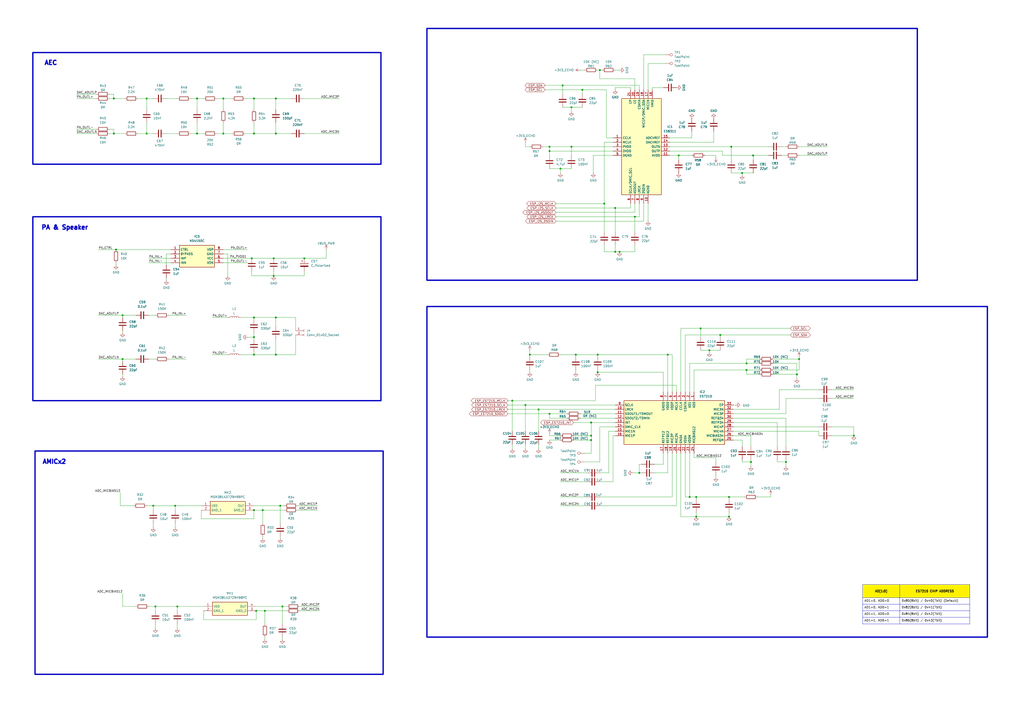
<source format=kicad_sch>
(kicad_sch (version 20250114) (generator "eeschema") (generator_version "9.0")
  (paper "A2")
  (rectangle (start 19.05 125.73) (end 220.98 232.41) (stroke (width 0.762)))
  (rectangle (start 19.05 30.48) (end 220.98 95.25) (stroke (width 0.762)))
  (rectangle (start 247.65 177.8) (end 572.77 369.57) (stroke (width 0.762)))
  (rectangle (start 247.65 16.51) (end 532.13 162.56) (stroke (width 0.762)))
  (rectangle (start 20.32 261.62) (end 222.25 391.16) (stroke (width 0.762)))
  (text "PA & Speaker" (at 37.592 132.08 0) (effects (font (size 2.54 2.54) (thickness 1) (bold yes))))
  (text "AMICx2" (at 31.496 267.97 0) (effects (font (size 2.54 2.54) (thickness 1) (bold yes))))
  (text "AEC" (at 29.464 36.576 0) (effects (font (size 2.54 2.54) (thickness 1) (bold yes))))
  (junction (at 153.67 354.33))
  (junction (at 436.88 90.17))
  (junction (at 163.83 351.79))
  (junction (at 160.02 184.15))
  (junction (at 85.09 57.15))
  (junction (at 356.87 146.05))
  (junction (at 435.61 267.97))
  (junction (at 71.12 208.28))
  (junction (at 359.41 146.05))
  (junction (at 331.47 85.09))
  (junction (at 148.59 354.33))
  (junction (at 176.53 149.86))
  (junction (at 368.3 125.73))
  (junction (at 160.02 77.47))
  (junction (at 400.05 288.29))
  (junction (at 318.77 85.09))
  (junction (at 346.71 205.74))
  (junction (at 152.4 295.91))
  (junction (at 158.75 160.02))
  (junction (at 406.4 190.5))
  (junction (at 297.18 232.41))
  (junction (at 88.9 293.37))
  (junction (at 326.39 49.53))
  (junction (at 129.54 77.47))
  (junction (at 101.6 293.37))
  (junction (at 334.01 205.74))
  (junction (at 356.87 120.65))
  (junction (at 455.93 267.97))
  (junction (at 147.32 184.15))
  (junction (at 337.82 52.07))
  (junction (at 411.48 203.2))
  (junction (at 66.04 77.47))
  (junction (at 114.3 57.15))
  (junction (at 85.09 77.47))
  (junction (at 433.07 214.63))
  (junction (at 403.86 288.29))
  (junction (at 463.55 208.28))
  (junction (at 462.28 217.17))
  (junction (at 422.91 288.29))
  (junction (at 417.83 194.31))
  (junction (at 370.84 274.32))
  (junction (at 403.86 299.72))
  (junction (at 495.3 252.73))
  (junction (at 342.9 255.27))
  (junction (at 318.77 240.03))
  (junction (at 350.52 118.11))
  (junction (at 147.32 77.47))
  (junction (at 71.12 182.88))
  (junction (at 342.9 245.11))
  (junction (at 102.87 351.79))
  (junction (at 346.71 215.9))
  (junction (at 433.07 210.82))
  (junction (at 147.32 205.74))
  (junction (at 147.32 57.15))
  (junction (at 66.04 57.15))
  (junction (at 312.42 237.49))
  (junction (at 129.54 57.15))
  (junction (at 146.05 149.86))
  (junction (at 307.34 205.74))
  (junction (at 342.9 252.73))
  (junction (at 147.32 195.58))
  (junction (at 318.77 87.63))
  (junction (at 67.31 144.78))
  (junction (at 304.8 234.95))
  (junction (at 430.53 100.33))
  (junction (at 424.18 85.09))
  (junction (at 393.7 90.17))
  (junction (at 147.32 295.91))
  (junction (at 160.02 205.74))
  (junction (at 90.17 351.79))
  (junction (at 331.47 62.23))
  (junction (at 387.35 205.74))
  (junction (at 114.3 77.47))
  (junction (at 325.12 97.79))
  (junction (at 422.91 299.72))
  (junction (at 160.02 57.15))
  (junction (at 347.98 40.64))
  (junction (at 162.56 293.37))
  (junction (at 158.75 149.86))
  (wire (pts (xy 367.03 274.32) (xy 370.84 274.32)))
  (wire (pts (xy 129.54 144.78) (xy 143.51 144.78)))
  (wire (pts (xy 397.51 288.29) (xy 400.05 288.29)))
  (wire (pts (xy 384.81 269.24) (xy 384.81 262.89)))
  (wire (pts (xy 294.64 237.49) (xy 312.42 237.49)))
  (wire (pts (xy 401.32 80.01) (xy 388.62 80.01)))
  (wire (pts (xy 78.74 351.79) (xy 71.12 351.79)))
  (wire (pts (xy 66.04 54.61) (xy 66.04 57.15)))
  (wire (pts (xy 322.58 120.65) (xy 356.87 120.65)))
  (wire (pts (xy 102.87 351.79) (xy 102.87 354.33)))
  (wire (pts (xy 294.64 240.03) (xy 318.77 240.03)))
  (wire (pts (xy 424.18 85.09) (xy 445.77 85.09)))
  (wire (pts (xy 147.32 195.58) (xy 147.32 196.85)))
  (wire (pts (xy 337.82 52.07) (xy 337.82 54.61)))
  (wire (pts (xy 425.45 237.49) (xy 452.12 237.49)))
  (wire (pts (xy 403.86 299.72) (xy 422.91 299.72)))
  (wire (pts (xy 129.54 149.86) (xy 146.05 149.86)))
  (wire (pts (xy 379.73 269.24) (xy 384.81 269.24)))
  (wire (pts (xy 453.39 85.09) (xy 455.93 85.09)))
  (wire (pts (xy 294.64 232.41) (xy 297.18 232.41)))
  (wire (pts (xy 482.6 231.14) (xy 495.3 231.14)))
  (wire (pts (xy 71.12 182.88) (xy 78.74 182.88)))
  (wire (pts (xy 63.5 77.47) (xy 66.04 77.47)))
  (wire (pts (xy 162.56 293.37) (xy 165.1 293.37)))
  (wire (pts (xy 85.09 57.15) (xy 88.9 57.15)))
  (wire (pts (xy 147.32 184.15) (xy 147.32 185.42)))
  (wire (pts (xy 356.87 120.65) (xy 356.87 134.62)))
  (wire (pts (xy 353.06 250.19) (xy 353.06 274.32)))
  (wire (pts (xy 355.6 90.17) (xy 344.17 90.17)))
  (wire (pts (xy 307.34 214.63) (xy 307.34 215.9)))
  (wire (pts (xy 406.4 190.5) (xy 406.4 195.58)))
  (wire (pts (xy 90.17 361.95) (xy 90.17 364.49)))
  (wire (pts (xy 448.31 214.63) (xy 463.55 214.63)))
  (wire (pts (xy 99.06 147.32) (xy 96.52 147.32)))
  (wire (pts (xy 430.53 267.97) (xy 435.61 267.97)))
  (wire (pts (xy 433.07 214.63) (xy 433.07 217.17)))
  (wire (pts (xy 339.09 262.89) (xy 342.9 262.89)))
  (wire (pts (xy 400.05 210.82) (xy 433.07 210.82)))
  (wire (pts (xy 415.29 275.59) (xy 415.29 276.86)))
  (wire (pts (xy 400.05 288.29) (xy 403.86 288.29)))
  (wire (pts (xy 63.5 57.15) (xy 66.04 57.15)))
  (wire (pts (xy 331.47 97.79) (xy 325.12 97.79)))
  (wire (pts (xy 368.3 125.73) (xy 370.84 125.73)))
  (wire (pts (xy 433.07 217.17) (xy 440.69 217.17)))
  (wire (pts (xy 463.55 214.63) (xy 463.55 208.28)))
  (wire (pts (xy 370.84 52.07) (xy 370.84 49.53)))
  (wire (pts (xy 160.02 63.5) (xy 160.02 57.15)))
  (wire (pts (xy 158.75 149.86) (xy 176.53 149.86)))
  (wire (pts (xy 172.72 295.91) (xy 184.15 295.91)))
  (wire (pts (xy 160.02 77.47) (xy 147.32 77.47)))
  (wire (pts (xy 96.52 77.47) (xy 102.87 77.47)))
  (wire (pts (xy 350.52 146.05) (xy 356.87 146.05)))
  (wire (pts (xy 171.45 205.74) (xy 160.02 205.74)))
  (wire (pts (xy 147.32 184.15) (xy 139.7 184.15)))
  (wire (pts (xy 331.47 85.09) (xy 355.6 85.09)))
  (wire (pts (xy 417.83 194.31) (xy 458.47 194.31)))
  (wire (pts (xy 378.46 50.8) (xy 378.46 52.07)))
  (wire (pts (xy 356.87 252.73) (xy 355.6 252.73)))
  (wire (pts (xy 419.1 87.63) (xy 419.1 90.17)))
  (wire (pts (xy 417.83 194.31) (xy 397.51 194.31)))
  (wire (pts (xy 71.12 184.15) (xy 71.12 182.88)))
  (wire (pts (xy 450.85 267.97) (xy 450.85 266.7)))
  (wire (pts (xy 176.53 57.15) (xy 196.85 57.15)))
  (wire (pts (xy 334.01 214.63) (xy 334.01 215.9)))
  (wire (pts (xy 389.89 262.89) (xy 389.89 288.29)))
  (wire (pts (xy 86.36 182.88) (xy 90.17 182.88)))
  (wire (pts (xy 116.84 300.99) (xy 147.32 300.99)))
  (wire (pts (xy 173.99 354.33) (xy 185.42 354.33)))
  (wire (pts (xy 86.36 208.28) (xy 90.17 208.28)))
  (wire (pts (xy 355.6 82.55) (xy 350.52 82.55)))
  (wire (pts (xy 370.84 118.11) (xy 370.84 125.73)))
  (wire (pts (xy 455.93 231.14) (xy 474.98 231.14)))
  (wire (pts (xy 118.11 359.41) (xy 148.59 359.41)))
  (wire (pts (xy 351.79 80.01) (xy 351.79 52.07)))
  (wire (pts (xy 328.93 242.57) (xy 318.77 242.57)))
  (wire (pts (xy 347.98 40.64) (xy 349.25 40.64)))
  (wire (pts (xy 171.45 191.77) (xy 171.45 184.15)))
  (wire (pts (xy 153.67 354.33) (xy 166.37 354.33)))
  (wire (pts (xy 373.38 52.07) (xy 373.38 31.75)))
  (wire (pts (xy 71.12 191.77) (xy 71.12 193.04)))
  (wire (pts (xy 326.39 49.53) (xy 370.84 49.53)))
  (wire (pts (xy 370.84 274.32) (xy 372.11 274.32)))
  (wire (pts (xy 158.75 157.48) (xy 158.75 160.02)))
  (wire (pts (xy 387.35 205.74) (xy 387.35 227.33)))
  (wire (pts (xy 152.4 311.15) (xy 152.4 312.42)))
  (wire (pts (xy 425.45 250.19) (xy 474.98 250.19)))
  (wire (pts (xy 129.54 147.32) (xy 132.08 147.32)))
  (wire (pts (xy 173.99 351.79) (xy 185.42 351.79)))
  (wire (pts (xy 57.15 182.88) (xy 71.12 182.88)))
  (wire (pts (xy 342.9 255.27) (xy 342.9 252.73)))
  (wire (pts (xy 146.05 160.02) (xy 158.75 160.02)))
  (wire (pts (xy 455.93 240.03) (xy 455.93 231.14)))
  (wire (pts (xy 462.28 210.82) (xy 462.28 217.17)))
  (wire (pts (xy 384.81 215.9) (xy 346.71 215.9)))
  (wire (pts (xy 88.9 293.37) (xy 88.9 295.91)))
  (wire (pts (xy 297.18 232.41) (xy 345.44 232.41)))
  (wire (pts (xy 160.02 57.15) (xy 147.32 57.15)))
  (wire (pts (xy 448.31 217.17) (xy 462.28 217.17)))
  (wire (pts (xy 304.8 82.55) (xy 304.8 85.09)))
  (wire (pts (xy 325.12 274.32) (xy 340.36 274.32)))
  (wire (pts (xy 455.93 267.97) (xy 455.93 266.7)))
  (wire (pts (xy 455.93 242.57) (xy 455.93 259.08)))
  (wire (pts (xy 347.98 293.37) (xy 392.43 293.37)))
  (wire (pts (xy 322.58 118.11) (xy 350.52 118.11)))
  (wire (pts (xy 452.12 226.06) (xy 474.98 226.06)))
  (wire (pts (xy 336.55 240.03) (xy 356.87 240.03)))
  (wire (pts (xy 450.85 245.11) (xy 425.45 245.11)))
  (wire (pts (xy 101.6 303.53) (xy 101.6 306.07)))
  (wire (pts (xy 148.59 354.33) (xy 153.67 354.33)))
  (wire (pts (xy 402.59 265.43) (xy 415.29 265.43)))
  (wire (pts (xy 356.87 50.8) (xy 365.76 50.8)))
  (wire (pts (xy 160.02 71.12) (xy 160.02 77.47)))
  (wire (pts (xy 356.87 146.05) (xy 359.41 146.05)))
  (wire (pts (xy 433.07 210.82) (xy 440.69 210.82)))
  (wire (pts (xy 176.53 160.02) (xy 158.75 160.02)))
  (wire (pts (xy 96.52 161.29) (xy 96.52 162.56)))
  (wire (pts (xy 347.98 45.72) (xy 347.98 40.64)))
  (wire (pts (xy 294.64 234.95) (xy 304.8 234.95)))
  (wire (pts (xy 129.54 63.5) (xy 129.54 57.15)))
  (wire (pts (xy 436.88 90.17) (xy 436.88 92.71)))
  (wire (pts (xy 85.09 77.47) (xy 80.01 77.47)))
  (wire (pts (xy 336.55 242.57) (xy 356.87 242.57)))
  (wire (pts (xy 463.55 85.09) (xy 480.06 85.09)))
  (wire (pts (xy 368.3 52.07) (xy 368.3 45.72)))
  (wire (pts (xy 172.72 293.37) (xy 184.15 293.37)))
  (wire (pts (xy 102.87 361.95) (xy 102.87 364.49)))
  (wire (pts (xy 387.35 274.32) (xy 387.35 262.89)))
  (wire (pts (xy 389.89 288.29) (xy 347.98 288.29)))
  (wire (pts (xy 85.09 293.37) (xy 88.9 293.37)))
  (wire (pts (xy 110.49 57.15) (xy 114.3 57.15)))
  (wire (pts (xy 350.52 82.55) (xy 350.52 118.11)))
  (wire (pts (xy 318.77 85.09) (xy 318.77 87.63)))
  (wire (pts (xy 356.87 52.07) (xy 356.87 50.8)))
  (wire (pts (xy 147.32 295.91) (xy 152.4 295.91)))
  (wire (pts (xy 322.58 128.27) (xy 373.38 128.27)))
  (wire (pts (xy 132.08 147.32) (xy 132.08 160.02)))
  (wire (pts (xy 356.87 40.64) (xy 359.41 40.64)))
  (wire (pts (xy 325.12 255.27) (xy 318.77 255.27)))
  (wire (pts (xy 368.3 125.73) (xy 368.3 134.62)))
  (wire (pts (xy 152.4 295.91) (xy 152.4 303.53)))
  (wire (pts (xy 388.62 90.17) (xy 393.7 90.17)))
  (wire (pts (xy 336.55 40.64) (xy 339.09 40.64)))
  (wire (pts (xy 96.52 57.15) (xy 102.87 57.15)))
  (wire (pts (xy 304.8 257.81) (xy 304.8 260.35)))
  (wire (pts (xy 346.71 40.64) (xy 347.98 40.64)))
  (wire (pts (xy 355.6 279.4) (xy 347.98 279.4)))
  (wire (pts (xy 57.15 144.78) (xy 67.31 144.78)))
  (wire (pts (xy 353.06 274.32) (xy 347.98 274.32)))
  (wire (pts (xy 430.53 267.97) (xy 430.53 266.7)))
  (wire (pts (xy 114.3 77.47) (xy 110.49 77.47)))
  (wire (pts (xy 312.42 257.81) (xy 312.42 260.35)))
  (wire (pts (xy 147.32 77.47) (xy 142.24 77.47)))
  (wire (pts (xy 322.58 123.19) (xy 368.3 123.19)))
  (wire (pts (xy 424.18 100.33) (xy 430.53 100.33)))
  (wire (pts (xy 448.31 208.28) (xy 463.55 208.28)))
  (wire (pts (xy 337.82 52.07) (xy 351.79 52.07)))
  (wire (pts (xy 425.45 240.03) (xy 455.93 240.03)))
  (wire (pts (xy 495.3 247.65) (xy 482.6 247.65)))
  (wire (pts (xy 314.96 85.09) (xy 318.77 85.09)))
  (wire (pts (xy 307.34 203.2) (xy 307.34 205.74)))
  (wire (pts (xy 143.51 195.58) (xy 147.32 195.58)))
  (wire (pts (xy 97.79 182.88) (xy 107.95 182.88)))
  (wire (pts (xy 147.32 205.74) (xy 139.7 205.74)))
  (wire (pts (xy 448.31 210.82) (xy 462.28 210.82)))
  (wire (pts (xy 375.92 36.83) (xy 375.92 52.07)))
  (wire (pts (xy 403.86 288.29) (xy 403.86 289.56)))
  (wire (pts (xy 162.56 311.15) (xy 162.56 312.42)))
  (wire (pts (xy 57.15 208.28) (xy 71.12 208.28)))
  (wire (pts (xy 393.7 90.17) (xy 401.32 90.17)))
  (wire (pts (xy 452.12 237.49) (xy 452.12 226.06)))
  (wire (pts (xy 318.77 251.46) (xy 318.77 252.73)))
  (wire (pts (xy 90.17 351.79) (xy 90.17 354.33)))
  (wire (pts (xy 160.02 57.15) (xy 168.91 57.15)))
  (wire (pts (xy 307.34 205.74) (xy 317.5 205.74)))
  (wire (pts (xy 44.45 74.93) (xy 55.88 74.93)))
  (wire (pts (xy 389.89 227.33) (xy 389.89 205.74)))
  (wire (pts (xy 318.77 252.73) (xy 325.12 252.73)))
  (wire (pts (xy 339.09 267.97) (xy 347.98 267.97)))
  (wire (pts (xy 331.47 62.23) (xy 337.82 62.23)))
  (wire (pts (xy 394.97 299.72) (xy 403.86 299.72)))
  (wire (pts (xy 350.52 118.11) (xy 350.52 134.62)))
  (wire (pts (xy 388.62 85.09) (xy 424.18 85.09)))
  (wire (pts (xy 147.32 57.15) (xy 147.32 63.5)))
  (wire (pts (xy 63.5 54.61) (xy 66.04 54.61)))
  (wire (pts (xy 66.04 77.47) (xy 72.39 77.47)))
  (wire (pts (xy 163.83 369.57) (xy 163.83 370.84)))
  (wire (pts (xy 129.54 77.47) (xy 134.62 77.47)))
  (wire (pts (xy 379.73 274.32) (xy 387.35 274.32)))
  (wire (pts (xy 163.83 351.79) (xy 166.37 351.79)))
  (wire (pts (xy 325.12 288.29) (xy 340.36 288.29)))
  (wire (pts (xy 71.12 217.17) (xy 71.12 218.44)))
  (wire (pts (xy 90.17 351.79) (xy 102.87 351.79)))
  (wire (pts (xy 411.48 204.47) (xy 411.48 203.2)))
  (wire (pts (xy 85.09 77.47) (xy 88.9 77.47)))
  (wire (pts (xy 401.32 76.2) (xy 401.32 80.01)))
  (wire (pts (xy 368.3 146.05) (xy 359.41 146.05)))
  (wire (pts (xy 346.71 214.63) (xy 346.71 215.9)))
  (wire (pts (xy 88.9 293.37) (xy 101.6 293.37)))
  (wire (pts (xy 435.61 267.97) (xy 435.61 266.7)))
  (wire (pts (xy 67.31 152.4) (xy 67.31 153.67)))
  (wire (pts (xy 394.97 227.33) (xy 394.97 190.5)))
  (wire (pts (xy 422.91 288.29) (xy 422.91 289.56)))
  (wire (pts (xy 312.42 237.49) (xy 312.42 250.19)))
  (wire (pts (xy 88.9 303.53) (xy 88.9 306.07)))
  (wire (pts (xy 436.88 90.17) (xy 445.77 90.17)))
  (wire (pts (xy 325.12 205.74) (xy 334.01 205.74)))
  (wire (pts (xy 101.6 293.37) (xy 101.6 295.91)))
  (wire (pts (xy 160.02 205.74) (xy 147.32 205.74)))
  (wire (pts (xy 368.3 45.72) (xy 347.98 45.72)))
  (wire (pts (xy 147.32 300.99) (xy 147.32 295.91)))
  (wire (pts (xy 344.17 90.17) (xy 344.17 100.33)))
  (wire (pts (xy 392.43 227.33) (xy 392.43 223.52)))
  (wire (pts (xy 160.02 184.15) (xy 160.02 189.23)))
  (wire (pts (xy 125.73 57.15) (xy 129.54 57.15)))
  (wire (pts (xy 332.74 252.73) (xy 342.9 252.73)))
  (wire (pts (xy 402.59 227.33) (xy 402.59 214.63)))
  (wire (pts (xy 146.05 157.48) (xy 146.05 160.02)))
  (wire (pts (xy 176.53 149.86) (xy 189.23 149.86)))
  (wire (pts (xy 433.07 208.28) (xy 433.07 210.82)))
  (wire (pts (xy 346.71 205.74) (xy 387.35 205.74)))
  (wire (pts (xy 312.42 237.49) (xy 356.87 237.49)))
  (wire (pts (xy 71.12 209.55) (xy 71.12 208.28)))
  (wire (pts (xy 345.44 223.52) (xy 345.44 232.41)))
  (wire (pts (xy 118.11 354.33) (xy 118.11 359.41)))
  (wire (pts (xy 422.91 288.29) (xy 431.8 288.29)))
  (wire (pts (xy 326.39 62.23) (xy 331.47 62.23)))
  (wire (pts (xy 365.76 50.8) (xy 365.76 52.07)))
  (wire (pts (xy 160.02 77.47) (xy 168.91 77.47)))
  (wire (pts (xy 388.62 82.55) (xy 414.02 82.55)))
  (wire (pts (xy 318.77 242.57) (xy 318.77 240.03)))
  (wire (pts (xy 153.67 354.33) (xy 153.67 361.95)))
  (wire (pts (xy 114.3 77.47) (xy 118.11 77.47)))
  (wire (pts (xy 176.53 77.47) (xy 196.85 77.47)))
  (wire (pts (xy 347.98 267.97) (xy 347.98 247.65)))
  (wire (pts (xy 171.45 194.31) (xy 171.45 205.74)))
  (wire (pts (xy 123.19 205.74) (xy 132.08 205.74)))
  (wire (pts (xy 86.36 149.86) (xy 99.06 149.86)))
  (wire (pts (xy 402.59 214.63) (xy 433.07 214.63)))
  (wire (pts (xy 334.01 205.74) (xy 346.71 205.74)))
  (wire (pts (xy 331.47 64.77) (xy 331.47 62.23)))
  (wire (pts (xy 116.84 295.91) (xy 116.84 300.99)))
  (wire (pts (xy 66.04 57.15) (xy 72.39 57.15)))
  (wire (pts (xy 435.61 270.51) (xy 435.61 267.97)))
  (wire (pts (xy 356.87 120.65) (xy 365.76 120.65)))
  (wire (pts (xy 44.45 57.15) (xy 55.88 57.15)))
  (wire (pts (xy 316.23 49.53) (xy 326.39 49.53)))
  (wire (pts (xy 389.89 205.74) (xy 387.35 205.74)))
  (wire (pts (xy 176.53 157.48) (xy 176.53 160.02)))
  (wire (pts (xy 322.58 125.73) (xy 368.3 125.73)))
  (wire (pts (xy 447.04 288.29) (xy 447.04 287.02)))
  (wire (pts (xy 402.59 262.89) (xy 402.59 265.43)))
  (wire (pts (xy 342.9 262.89) (xy 342.9 255.27)))
  (wire (pts (xy 450.85 267.97) (xy 455.93 267.97)))
  (wire (pts (xy 365.76 118.11) (xy 365.76 120.65)))
  (wire (pts (xy 355.6 252.73) (xy 355.6 279.4)))
  (wire (pts (xy 147.32 193.04) (xy 147.32 195.58)))
  (wire (pts (xy 400.05 227.33) (xy 400.05 210.82)))
  (wire (pts (xy 415.29 90.17) (xy 415.29 91.44)))
  (wire (pts (xy 129.54 57.15) (xy 134.62 57.15)))
  (wire (pts (xy 332.74 245.11) (xy 342.9 245.11)))
  (wire (pts (xy 397.51 194.31) (xy 397.51 227.33)))
  (wire (pts (xy 400.05 262.89) (xy 400.05 288.29)))
  (wire (pts (xy 455.93 270.51) (xy 455.93 267.97)))
  (wire (pts (xy 114.3 63.5) (xy 114.3 57.15)))
  (wire (pts (xy 350.52 142.24) (xy 350.52 146.05)))
  (wire (pts (xy 318.77 240.03) (xy 328.93 240.03)))
  (wire (pts (xy 123.19 184.15) (xy 132.08 184.15)))
  (wire (pts (xy 97.79 208.28) (xy 107.95 208.28)))
  (wire (pts (xy 414.02 82.55) (xy 414.02 76.2)))
  (wire (pts (xy 419.1 90.17) (xy 436.88 90.17)))
  (wire (pts (xy 304.8 85.09) (xy 307.34 85.09)))
  (wire (pts (xy 171.45 184.15) (xy 160.02 184.15)))
  (wire (pts (xy 332.74 255.27) (xy 342.9 255.27)))
  (wire (pts (xy 148.59 359.41) (xy 148.59 354.33)))
  (wire (pts (xy 495.3 226.06) (xy 482.6 226.06)))
  (wire (pts (xy 163.83 351.79) (xy 163.83 361.95)))
  (wire (pts (xy 85.09 71.12) (xy 85.09 77.47)))
  (wire (pts (xy 129.54 71.12) (xy 129.54 77.47)))
  (wire (pts (xy 142.24 57.15) (xy 147.32 57.15)))
  (wire (pts (xy 368.3 142.24) (xy 368.3 146.05)))
  (wire (pts (xy 318.77 87.63) (xy 355.6 87.63)))
  (wire (pts (xy 368.3 118.11) (xy 368.3 123.19)))
  (wire (pts (xy 403.86 297.18) (xy 403.86 299.72)))
  (wire (pts (xy 304.8 234.95) (xy 304.8 250.19)))
  (wire (pts (xy 71.12 208.28) (xy 78.74 208.28)))
  (wire (pts (xy 375.92 118.11) (xy 375.92 128.27)))
  (wire (pts (xy 397.51 288.29) (xy 397.51 262.89)))
  (wire (pts (xy 325.12 293.37) (xy 340.36 293.37)))
  (wire (pts (xy 147.32 71.12) (xy 147.32 77.47)))
  (wire (pts (xy 160.02 196.85) (xy 160.02 205.74)))
  (wire (pts (xy 394.97 262.89) (xy 394.97 299.72)))
  (wire (pts (xy 463.55 207.01) (xy 463.55 208.28)))
  (wire (pts (xy 346.71 205.74) (xy 346.71 207.01)))
  (wire (pts (xy 422.91 297.18) (xy 422.91 299.72)))
  (wire (pts (xy 44.45 77.47) (xy 55.88 77.47)))
  (wire (pts (xy 474.98 250.19) (xy 474.98 252.73)))
  (wire (pts (xy 77.47 293.37) (xy 69.85 293.37)))
  (wire (pts (xy 66.04 74.93) (xy 66.04 77.47)))
  (wire (pts (xy 450.85 259.08) (xy 450.85 245.11)))
  (wire (pts (xy 318.77 85.09) (xy 331.47 85.09)))
  (wire (pts (xy 440.69 214.63) (xy 433.07 214.63)))
  (wire (pts (xy 392.43 293.37) (xy 392.43 262.89)))
  (wire (pts (xy 425.45 252.73) (xy 435.61 252.73)))
  (wire (pts (xy 386.08 36.83) (xy 375.92 36.83)))
  (wire (pts (xy 146.05 149.86) (xy 158.75 149.86)))
  (wire (pts (xy 430.53 100.33) (xy 436.88 100.33)))
  (wire (pts (xy 71.12 344.17) (xy 71.12 351.79)))
  (wire (pts (xy 85.09 57.15) (xy 85.09 63.5)))
  (wire (pts (xy 101.6 293.37) (xy 116.84 293.37)))
  (wire (pts (xy 392.43 223.52) (xy 345.44 223.52)))
  (wire (pts (xy 152.4 295.91) (xy 165.1 295.91)))
  (wire (pts (xy 417.83 195.58) (xy 417.83 194.31)))
  (wire (pts (xy 342.9 252.73) (xy 342.9 245.11)))
  (wire (pts (xy 408.94 90.17) (xy 415.29 90.17)))
  (wire (pts (xy 411.48 203.2) (xy 417.83 203.2)))
  (wire (pts (xy 439.42 288.29) (xy 447.04 288.29)))
  (wire (pts (xy 331.47 85.09) (xy 331.47 90.17)))
  (wire (pts (xy 425.45 242.57) (xy 455.93 242.57)))
  (wire (pts (xy 384.81 227.33) (xy 384.81 215.9)))
  (wire (pts (xy 297.18 257.81) (xy 297.18 260.35)))
  (wire (pts (xy 482.6 252.73) (xy 495.3 252.73)))
  (wire (pts (xy 67.31 144.78) (xy 99.06 144.78)))
  (wire (pts (xy 388.62 87.63) (xy 419.1 87.63)))
  (wire (pts (xy 69.85 285.75) (xy 69.85 293.37)))
  (wire (pts (xy 147.32 204.47) (xy 147.32 205.74)))
  (wire (pts (xy 406.4 190.5) (xy 458.47 190.5)))
  (wire (pts (xy 307.34 205.74) (xy 307.34 207.01)))
  (wire (pts (xy 129.54 77.47) (xy 125.73 77.47)))
  (wire (pts (xy 370.84 269.24) (xy 372.11 269.24)))
  (wire (pts (xy 347.98 247.65) (xy 356.87 247.65)))
  (wire (pts (xy 189.23 144.78) (xy 189.23 149.86)))
  (wire (pts (xy 96.52 147.32) (xy 96.52 153.67)))
  (wire (pts (xy 114.3 57.15) (xy 118.11 57.15)))
  (wire (pts (xy 316.23 52.07) (xy 337.82 52.07)))
  (wire (pts (xy 44.45 54.61) (xy 55.88 54.61)))
  (wire (pts (xy 425.45 255.27) (xy 430.53 255.27)))
  (wire (pts (xy 114.3 71.12) (xy 114.3 77.47)))
  (wire (pts (xy 63.5 74.93) (xy 66.04 74.93)))
  (wire (pts (xy 129.54 152.4) (xy 143.51 152.4)))
  (wire (pts (xy 425.45 234.95) (xy 426.72 234.95)))
  (wire (pts (xy 440.69 208.28) (xy 433.07 208.28)))
  (wire (pts (xy 334.01 205.74) (xy 334.01 207.01)))
  (wire (pts (xy 86.36 351.79) (xy 90.17 351.79)))
  (wire (pts (xy 304.8 234.95) (xy 356.87 234.95)))
  (wire (pts (xy 153.67 369.57) (xy 153.67 370.84)))
  (wire (pts (xy 325.12 97.79) (xy 325.12 100.33)))
  (wire (pts (xy 462.28 217.17) (xy 462.28 219.71)))
  (wire (pts (xy 356.87 142.24) (xy 356.87 146.05)))
  (wire (pts (xy 435.61 252.73) (xy 435.61 259.08)))
  (wire (pts (xy 403.86 288.29) (xy 422.91 288.29)))
  (wire (pts (xy 394.97 190.5) (xy 406.4 190.5)))
  (wire (pts (xy 160.02 184.15) (xy 147.32 184.15)))
  (wire (pts (xy 355.6 80.01) (xy 351.79 80.01)))
  (wire (pts (xy 415.29 265.43) (xy 415.29 267.97)))
  (wire (pts (xy 373.38 118.11) (xy 373.38 128.27)))
  (wire (pts (xy 406.4 203.2) (xy 411.48 203.2)))
  (wire (pts (xy 80.01 57.15) (xy 85.09 57.15)))
  (wire (pts (xy 356.87 250.19) (xy 353.06 250.19)))
  (wire (pts (xy 425.45 247.65) (xy 474.98 247.65)))
  (wire (pts (xy 318.77 97.79) (xy 325.12 97.79)))
  (wire (pts (xy 162.56 293.37) (xy 162.56 303.53)))
  (wire (pts (xy 86.36 152.4) (xy 99.06 152.4)))
  (wire (pts (xy 318.77 87.63) (xy 318.77 90.17)))
  (wire (pts (xy 378.46 50.8) (xy 384.81 50.8)))
  (wire (pts (xy 102.87 351.79) (xy 118.11 351.79)))
  (wire (pts (xy 453.39 90.17) (xy 455.93 90.17)))
  (wire (pts (xy 430.53 100.33) (xy 430.53 101.6)))
  (wire (pts (xy 495.3 252.73) (xy 495.3 247.65)))
  (wire (pts (xy 370.84 269.24) (xy 370.84 274.32)))
  (wire (pts (xy 373.38 31.75) (xy 386.08 31.75)))
  (wire (pts (xy 325.12 279.4) (xy 340.36 279.4)))
  (wire (pts (xy 147.32 293.37) (xy 162.56 293.37)))
  (wire (pts (xy 342.9 245.11) (xy 356.87 245.11)))
  (wire (pts (xy 463.55 90.17) (xy 480.06 90.17)))
  (wire (pts (xy 430.53 255.27) (xy 430.53 259.08)))
  (wire (pts (xy 424.18 85.09) (xy 424.18 92.71)))
  (wire (pts (xy 148.59 351.79) (xy 163.83 351.79)))
  (wire (pts (xy 393.7 90.17) (xy 393.7 92.71)))
  (wire (pts (xy 326.39 49.53) (xy 326.39 54.61)))
  (wire (pts (xy 297.18 232.41) (xy 297.18 250.19)))
  (table (column_count 2) (border (external yes) (header yes)) (separators (rows yes) (cols yes)) (column_widths 21.59 40.64) (row_heights 7.62 3.81 3.81 3.81 3.81) (cells (table_cell "AD[1:0]" (at 500.38 339.09 0) (size 21.59 7.62) (margins 0.9525 0.9525 0.9525 0.9525) (span 1 1) (fill (type color) (color 255 243 0 1))) (table_cell "ES7210 CHIP ADDRESS" (at 521.97 339.09 0) (size 40.64 7.62) (margins 0.9525 0.9525 0.9525 0.9525) (span 1 1) (fill (type color) (color 255 241 0 1))) (table_cell "AD1=0, AD0=0" (at 500.38 346.71 0) (size 21.59 3.81) (margins 0.9525 0.9525 0.9525 0.9525) (span 1 1)) (table_cell "0x80(8bit) / 0x40(7bit) (Default)" (at 521.97 346.71 0) (size 40.64 3.81) (margins 0.9525 0.9525 0.9525 0.9525) (span 1 1)) (table_cell "AD1=0, AD0=1" (at 500.38 350.52 0) (size 21.59 3.81) (margins 0.9525 0.9525 0.9525 0.9525) (span 1 1)) (table_cell "0x82(8bit) / 0x41(7bit)" (at 521.97 350.52 0) (size 40.64 3.81) (margins 0.9525 0.9525 0.9525 0.9525) (span 1 1)) (table_cell "AD1=1, AD0=0" (at 500.38 354.33 0) (size 21.59 3.81) (margins 0.9525 0.9525 0.9525 0.9525) (span 1 1)) (table_cell "0x84(8bit) / 0x42(7bit)" (at 521.97 354.33 0) (size 40.64 3.81) (margins 0.9525 0.9525 0.9525 0.9525) (span 1 1)) (table_cell "AD1=1, AD0=1" (at 500.38 358.14 0) (size 21.59 3.81) (margins 0.9525 0.9525 0.9525 0.9525) (span 1 1)) (table_cell "0x86(8bit) / 0x43(7bit)" (at 521.97 358.14 0) (size 40.64 3.81) (margins 0.9525 0.9525 0.9525 0.9525) (span 1 1))))
  (label "PA_OUT+" (at 123.19 184.15 0))
  (label "PA_PVDD1" (at 133.35 149.86 0))
  (label "DAC_AOUTLN" (at 57.15 208.28 0))
  (label "ADC_MIC1P" (at 325.12 279.4 0))
  (label "PA_OUTL-" (at 143.51 152.4 180))
  (label "PA_OUT-" (at 123.19 205.74 0))
  (label "ADC_MIC2P" (at 325.12 288.29 0))
  (label "ADC_MICBIAS12" (at 69.85 285.75 180))
  (label "ADC_MIC3P" (at 196.85 57.15 180))
  (label "DAC_AOUTLN" (at 44.45 77.47 0))
  (label "PA_CTRL" (at 57.15 144.78 0))
  (label "DAC_AOUTLN" (at 480.06 85.09 180))
  (label "ADC_MIC3N" (at 495.3 226.06 180))
  (label "ADC_MIC2P" (at 185.42 351.79 180))
  (label "ADC_MIC1N" (at 325.12 274.32 0))
  (label "ADC_MIC3P" (at 495.3 231.14 180))
  (label "ADC_MIC2N" (at 325.12 293.37 0))
  (label "PA_INL-" (at 86.36 152.4 0))
  (label "PA_INL+" (at 86.36 149.86 0))
  (label "PA_INL+" (at 107.95 182.88 180))
  (label "PA_OUTL+" (at 143.51 144.78 180))
  (label "ADC_MIC1P" (at 184.15 293.37 180))
  (label "ADC_MIC1N" (at 184.15 295.91 180))
  (label "DAC_AOUTLP" (at 480.06 90.17 180))
  (label "ADC_MIC2N" (at 185.42 354.33 180))
  (label "ADC_MICBIAS12" (at 71.12 344.17 180))
  (label "ADC_MIC3N" (at 196.85 77.47 180))
  (label "DAC_AOUTLP" (at 44.45 54.61 0))
  (label "ADC_MICBIAS12" (at 403.86 265.43 0))
  (label "PA_OUTL+" (at 44.45 57.15 0))
  (label "DAC_AOUTLP" (at 57.15 182.88 0))
  (label "PA_INL-" (at 107.95 208.28 180))
  (label "PA_OUTL-" (at 44.45 74.93 0))
  (label "ADC_MICBIAS34" (at 427.99 252.73 0))
  (global_label "ESP_ES7210_MCLK" (shape bidirectional) (at 294.64 232.41 180) (property "Intersheetrefs" "${INTERSHEET_REFS}" (effects (hide yes))))
  (global_label "ESP_I2S_DSDIN" (shape bidirectional) (at 322.58 128.27 180) (property "Intersheetrefs" "${INTERSHEET_REFS}" (effects (hide yes))))
  (global_label "ESP_I2S_MCLK" (shape bidirectional) (at 322.58 118.11 180) (property "Intersheetrefs" "${INTERSHEET_REFS}" (effects (hide yes))))
  (global_label "ESP_ES7210_SDOUT" (shape bidirectional) (at 294.64 240.03 180) (property "Intersheetrefs" "${INTERSHEET_REFS}" (effects (hide yes))))
  (global_label "ESP_ES7210_LRCK" (shape bidirectional) (at 294.64 237.49 180) (property "Intersheetrefs" "${INTERSHEET_REFS}" (effects (hide yes))))
  (global_label "ESP_I2S_LRCK" (shape bidirectional) (at 322.58 125.73 180) (property "Intersheetrefs" "${INTERSHEET_REFS}" (effects (hide yes))))
  (global_label "ESP_SDA" (shape bidirectional) (at 458.47 194.31 0) (property "Intersheetrefs" "${INTERSHEET_REFS}" (effects (hide yes))))
  (global_label "ESP_ES7210_SCLK" (shape bidirectional) (at 294.64 234.95 180) (property "Intersheetrefs" "${INTERSHEET_REFS}" (effects (hide yes))))
  (global_label "ESP_SDA" (shape bidirectional) (at 316.23 49.53 180) (property "Intersheetrefs" "${INTERSHEET_REFS}" (effects (hide yes))))
  (global_label "ESP_I2S_ASDOUT" (shape bidirectional) (at 322.58 123.19 180) (property "Intersheetrefs" "${INTERSHEET_REFS}" (effects (hide yes))))
  (global_label "ESP_ES7210_INT" (shape bidirectional) (at 332.74 245.11 180) (property "Intersheetrefs" "${INTERSHEET_REFS}" (effects (hide yes))))
  (global_label "ESP_I2S_SCLK" (shape bidirectional) (at 322.58 120.65 180) (property "Intersheetrefs" "${INTERSHEET_REFS}" (effects (hide yes))))
  (global_label "ESP_SCL" (shape bidirectional) (at 316.23 52.07 180) (property "Intersheetrefs" "${INTERSHEET_REFS}" (effects (hide yes))))
  (global_label "ESP_SCL" (shape bidirectional) (at 458.47 190.5 0) (property "Intersheetrefs" "${INTERSHEET_REFS}" (effects (hide yes))))
  (symbol (lib_id "Device:R") (at 321.31 205.74 270) (unit 1)
    (property "Reference" "R68" (at 321.564 202.946 90))
    (property "Value" "0R" (at 321.564 200.406 90))
    (property "Description" "Resistor" (effects (hide yes)))
  )
  (symbol (lib_id "power:GND") (at 367.03 274.32 270) (unit 1)
    (property "Reference" "#PWR098" (effects (hide yes)))
    (property "Value" "GND" (at 362.712 274.32 0))
    (property "Description" "Power symbol creates a global label with name \"GND\" , ground" (effects (hide yes)))
  )
  (symbol (lib_id "Device:C") (at 172.72 77.47 90) (unit 1)
    (property "Reference" "C71" (at 172.72 69.85 90))
    (property "Value" "220nF" (at 172.72 72.39 90))
    (property "Description" "Unpolarized capacitor" (effects (hide yes)))
  )
  (symbol (lib_id "power:GND") (at 426.72 234.95 90) (unit 1)
    (property "Reference" "#PWR0102" (effects (hide yes)))
    (property "Value" "GND" (at 432.816 235.204 90))
    (property "Description" "Power symbol creates a global label with name \"GND\" , ground" (effects (hide yes)))
  )
  (symbol (lib_id "Device:C") (at 450.85 262.89 180) (unit 1)
    (property "Reference" "C95" (at 443.992 261.62 0) (effects (justify right)))
    (property "Value" "1uF" (at 443.992 264.16 0) (effects (justify right)))
    (property "Description" "Unpolarized capacitor" (effects (hide yes)))
  )
  (symbol (lib_id "power:GND") (at 392.43 50.8 90) (unit 1)
    (property "Reference" "#PWR094" (effects (hide yes)))
    (property "Value" "GND" (at 396.748 50.8 0))
    (property "Description" "Power symbol creates a global label with name \"GND\" , ground" (effects (hide yes)))
  )
  (symbol (lib_id "Device:R") (at 147.32 67.31 180) (unit 1)
    (property "Reference" "R54" (at 149.86 66.0399 0) (effects (justify right)))
    (property "Value" "3.3K" (at 149.86 68.5799 0) (effects (justify right)))
    (property "Description" "Resistor" (effects (hide yes)))
  )
  (symbol (lib_id "power:GND") (at 102.87 364.49 0) (unit 1)
    (property "Reference" "#PWR071" (effects (hide yes)))
    (property "Value" "GND" (at 102.87 368.808 0))
    (property "Description" "Power symbol creates a global label with name \"GND\" , ground" (effects (hide yes)))
  )
  (symbol (lib_id "Device:R") (at 153.67 365.76 180) (unit 1)
    (property "Reference" "R37" (at 156.21 364.4899 0) (effects (justify right)))
    (property "Value" "0R" (at 156.21 367.0299 0) (effects (justify right)))
    (property "Description" "Resistor" (effects (hide yes)))
  )
  (symbol (lib_id "power:GND") (at 455.93 270.51 0) (unit 1)
    (property "Reference" "#PWR0100" (effects (hide yes)))
    (property "Value" "GND" (at 455.93 274.828 0))
    (property "Description" "Power symbol creates a global label with name \"GND\" , ground" (effects (hide yes)))
  )
  (symbol (lib_id "Device:C") (at 304.8 254 0) (unit 1)
    (property "Reference" "C105" (at 299.212 251.46 0) (effects (justify left)))
    (property "Value" "22pF" (at 299.212 256.794 0) (effects (justify left)))
    (property "Description" "Unpolarized capacitor" (effects (hide yes)))
  )
  (symbol (lib_id "Device:C") (at 337.82 58.42 0) (unit 1)
    (property "Reference" "C85" (at 341.63 57.1499 0) (effects (justify left)))
    (property "Value" "22pF" (at 341.63 59.6899 0) (effects (justify left)))
    (property "Description" "Unpolarized capacitor" (effects (hide yes)))
  )
  (symbol (lib_id "power:GND") (at 359.41 40.64 90) (unit 1)
    (property "Reference" "#PWR093" (effects (hide yes)))
    (property "Value" "GND" (at 363.728 40.64 0))
    (property "Description" "Power symbol creates a global label with name \"GND\" , ground" (effects (hide yes)))
  )
  (symbol (lib_id "Device:C") (at 424.18 96.52 0) (unit 1)
    (property "Reference" "C80" (at 427.99 95.2499 0) (effects (justify left)))
    (property "Value" "22pF" (at 427.99 97.7899 0) (effects (justify left)))
    (property "Description" "Unpolarized capacitor" (effects (hide yes)))
  )
  (symbol (lib_id "power:GND") (at 375.92 128.27 0) (unit 1)
    (property "Reference" "#PWR085" (effects (hide yes)))
    (property "Value" "GND" (at 375.92 132.588 0))
    (property "Description" "Power symbol creates a global label with name \"GND\" , ground" (effects (hide yes)))
  )
  (symbol (lib_id "power:GND") (at 393.7 100.33 0) (unit 1)
    (property "Reference" "#PWR087" (effects (hide yes)))
    (property "Value" "GND" (at 393.7 104.648 0))
    (property "Description" "Power symbol creates a global label with name \"GND\" , ground" (effects (hide yes)))
  )
  (symbol (lib_id "Connector:TestPoint") (at 386.08 36.83 270) (unit 1)
    (property "Reference" "TP2" (at 391.16 35.5599 90) (effects (justify left)))
    (property "Value" "TestPoint" (at 391.16 38.0999 90) (effects (justify left)))
    (property "Footprint" "TestPoint:TestPoint_Pad_1.0x1.0mm" (effects (hide yes)))
    (property "Description" "test point" (effects (hide yes)))
  )
  (symbol (lib_id "SamacSys_Parts:MSM381A3729H9BPC") (at 148.59 351.79 0) (mirror y) (unit 1)
    (property "Reference" "MK1" (at 133.35 344.17 0))
    (property "Value" "MSM381A3729H9BPC" (at 133.35 346.71 0))
    (property "Footprint" "SamacSys_Parts:MSM381A3729H9BPC" (effects (hide yes)))
    (property "Datasheet" "https://www.memsensing.com/webupfile/1573700068815577266.pdf" (effects (hide yes)))
    (property "Description" "Analog output MEMS microphone" (effects (hide yes)))
    (property "Height" "1.2" (effects (hide yes)))
    (property "Manufacturer_Name" "MEMSensing Microsystems" (effects (hide yes)))
    (property "Manufacturer_Part_Number" "MSM381A3729H9BPC" (effects (hide yes)))
  )
  (symbol (lib_id "Device:C") (at 92.71 57.15 90) (unit 1)
    (property "Reference" "C66" (at 92.71 49.53 90))
    (property "Value" "470nF" (at 92.71 52.07 90))
    (property "Description" "Unpolarized capacitor" (effects (hide yes)))
  )
  (symbol (lib_id "Device:R") (at 168.91 295.91 90) (unit 1)
    (property "Reference" "R35" (at 168.91 300.736 90))
    (property "Value" "0R" (at 168.91 298.196 90))
    (property "Description" "Resistor" (effects (hide yes)))
  )
  (symbol (lib_id "Device:R") (at 328.93 252.73 270) (unit 1)
    (property "Reference" "R66" (at 323.342 251.714 90))
    (property "Value" "10K (NC)" (at 336.55 251.714 90))
    (property "Description" "Resistor" (effects (hide yes)))
  )
  (symbol (lib_id "Device:C") (at 172.72 57.15 90) (unit 1)
    (property "Reference" "C70" (at 172.72 49.53 90))
    (property "Value" "220nF" (at 172.72 52.07 90))
    (property "Description" "Unpolarized capacitor" (effects (hide yes)))
  )
  (symbol (lib_id "Device:C") (at 478.79 226.06 270) (unit 1)
    (property "Reference" "C99" (at 476.25 219.964 90) (effects (justify left)))
    (property "Value" "1uF" (at 476.25 222.504 90) (effects (justify left)))
    (property "Description" "Unpolarized capacitor" (effects (hide yes)))
  )
  (symbol (lib_id "power:+3.3V") (at 463.55 207.01 0) (unit 1)
    (property "Reference" "#PWR0117" (effects (hide yes)))
    (property "Value" "+3V3_ECHO" (at 463.55 203.2 0))
    (property "Description" "Power symbol creates a global label with name \"+3.3V\"" (effects (hide yes)))
  )
  (symbol (lib_id "Device:R") (at 168.91 293.37 270) (unit 1)
    (property "Reference" "R34" (at 168.91 288.544 90))
    (property "Value" "0R" (at 168.91 291.084 90))
    (property "Description" "Resistor" (effects (hide yes)))
  )
  (symbol (lib_id "power:GND") (at 67.31 153.67 0) (unit 1)
    (property "Reference" "#PWR075" (effects (hide yes)))
    (property "Value" "GND" (at 67.31 157.988 0))
    (property "Description" "Power symbol creates a global label with name \"GND\" , ground" (effects (hide yes)))
  )
  (symbol (lib_id "Device:C") (at 401.32 72.39 180) (unit 1)
    (property "Reference" "C78" (at 397.51 73.6601 0) (effects (justify left)))
    (property "Value" "1uF" (at 397.51 71.1201 0) (effects (justify left)))
    (property "Description" "Unpolarized capacitor" (effects (hide yes)))
  )
  (symbol (lib_id "Device:R") (at 129.54 67.31 180) (unit 1)
    (property "Reference" "R53" (at 132.08 66.0399 0) (effects (justify right)))
    (property "Value" "4.3K" (at 132.08 68.5799 0) (effects (justify right)))
    (property "Description" "Resistor" (effects (hide yes)))
  )
  (symbol (lib_id "power:GND") (at 411.48 204.47 0) (unit 1)
    (property "Reference" "#PWR0116" (effects (hide yes)))
    (property "Value" "GND" (at 411.48 208.788 0))
    (property "Description" "Power symbol creates a global label with name \"GND\" , ground" (effects (hide yes)))
  )
  (symbol (lib_id "Device:R") (at 328.93 255.27 90) (unit 1)
    (property "Reference" "R67" (at 323.596 254.254 90))
    (property "Value" "10K (NC)" (at 336.55 254.254 90))
    (property "Description" "Resistor" (effects (hide yes)))
  )
  (symbol (lib_id "Device:C") (at 312.42 254 0) (unit 1)
    (property "Reference" "C106" (at 306.832 251.46 0) (effects (justify left)))
    (property "Value" "22pF" (at 307.34 256.794 0) (effects (justify left)))
    (property "Description" "Unpolarized capacitor" (effects (hide yes)))
  )
  (symbol (lib_id "power:GND") (at 435.61 270.51 0) (unit 1)
    (property "Reference" "#PWR099" (effects (hide yes)))
    (property "Value" "GND" (at 435.61 274.828 0))
    (property "Description" "Power symbol creates a global label with name \"GND\" , ground" (effects (hide yes)))
  )
  (symbol (lib_id "Device:C") (at 388.62 50.8 90) (unit 1)
    (property "Reference" "C84" (at 390.525 46.3551 90) (effects (justify left)))
    (property "Value" "1uF" (at 390.525 43.8151 90) (effects (justify left)))
    (property "Description" "Unpolarized capacitor" (effects (hide yes)))
  )
  (symbol (lib_id "power:GND") (at 331.47 64.77 0) (unit 1)
    (property "Reference" "#PWR096" (effects (hide yes)))
    (property "Value" "GND" (at 331.47 69.088 0))
    (property "Description" "Power symbol creates a global label with name \"GND\" , ground" (effects (hide yes)))
  )
  (symbol (lib_id "power:GND") (at 96.52 162.56 0) (unit 1)
    (property "Reference" "#PWR074" (effects (hide yes)))
    (property "Value" "GND" (at 96.52 166.878 0))
    (property "Description" "Power symbol creates a global label with name \"GND\" , ground" (effects (hide yes)))
  )
  (symbol (lib_id "Device:C") (at 356.87 138.43 0) (unit 1)
    (property "Reference" "C75" (at 360.68 137.1599 0) (effects (justify left)))
    (property "Value" "22pF" (effects (hide yes)))
    (property "Description" "Unpolarized capacitor" (effects (hide yes)))
  )
  (symbol (lib_id "Device:R") (at 152.4 307.34 180) (unit 1)
    (property "Reference" "R33" (at 154.94 306.0699 0) (effects (justify right)))
    (property "Value" "0R" (at 154.94 308.6099 0) (effects (justify right)))
    (property "Description" "Resistor" (effects (hide yes)))
  )
  (symbol (lib_id "power:GND") (at 143.51 195.58 270) (unit 1)
    (property "Reference" "#PWR080" (effects (hide yes)))
    (property "Value" "GND" (at 139.192 195.58 0))
    (property "Description" "Power symbol creates a global label with name \"GND\" , ground" (effects (hide yes)))
  )
  (symbol (lib_id "Device:C") (at 71.12 213.36 0) (unit 1)
    (property "Reference" "C60" (at 74.93 212.0899 0) (effects (justify left)))
    (property "Value" "22pF" (at 74.93 214.6299 0) (effects (justify left)))
    (property "Description" "Unpolarized capacitor" (effects (hide yes)))
  )
  (symbol (lib_id "Connector:TestPoint") (at 339.09 262.89 90) (unit 1)
    (property "Reference" "TP3" (at 334.01 264.1601 90) (effects (justify left)))
    (property "Value" "TestPoint" (at 334.01 261.6201 90) (effects (justify left)))
    (property "Footprint" "TestPoint:TestPoint_Pad_1.0x1.0mm" (effects (hide yes)))
    (property "Description" "test point" (effects (hide yes)))
  )
  (symbol (lib_id "Device:C") (at 334.01 210.82 180) (unit 1)
    (property "Reference" "C108" (at 337.058 209.804 0) (effects (justify right)))
    (property "Value" "100nF" (at 337.058 212.344 0) (effects (justify right)))
    (property "Description" "Unpolarized capacitor" (effects (hide yes)))
  )
  (symbol (lib_id "Device:R") (at 76.2 77.47 270) (unit 1)
    (property "Reference" "R48" (at 76.2 71.12 90))
    (property "Value" "2.2K" (at 76.2 73.66 90))
    (property "Description" "Resistor" (effects (hide yes)))
  )
  (symbol (lib_id "Device:C") (at 422.91 293.37 180) (unit 1)
    (property "Reference" "C102" (at 425.958 292.354 0) (effects (justify right)))
    (property "Value" "1uF" (at 425.958 294.894 0) (effects (justify right)))
    (property "Description" "Unpolarized capacitor" (effects (hide yes)))
  )
  (symbol (lib_id "Device:R") (at 81.28 293.37 90) (unit 1)
    (property "Reference" "R32" (at 81.28 287.02 90))
    (property "Value" "0R" (at 81.28 289.56 90))
    (property "Description" "Resistor" (effects (hide yes)))
  )
  (symbol (lib_id "power:GND") (at 414.02 68.58 180) (unit 1)
    (property "Reference" "#PWR090" (effects (hide yes)))
    (property "Value" "GND" (at 414.02 64.262 0))
    (property "Description" "Power symbol creates a global label with name \"GND\" , ground" (effects (hide yes)))
  )
  (symbol (lib_id "Device:R") (at 59.69 57.15 270) (unit 1)
    (property "Reference" "R44" (at 59.69 59.69 90))
    (property "Value" "0R" (at 59.69 62.23 90))
    (property "Description" "Resistor" (effects (hide yes)))
  )
  (symbol (lib_id "Device:R") (at 121.92 77.47 90) (unit 1)
    (property "Reference" "R52" (at 121.92 83.82 90))
    (property "Value" "20K" (at 121.92 81.28 90))
    (property "Description" "Resistor" (effects (hide yes)))
  )
  (symbol (lib_id "Device:R") (at 93.98 208.28 270) (unit 1)
    (property "Reference" "R42" (at 93.98 201.93 90))
    (property "Value" "150K" (at 93.98 204.47 90))
    (property "Description" "Resistor" (effects (hide yes)))
  )
  (symbol (lib_id "power:GND") (at 462.28 219.71 0) (unit 1)
    (property "Reference" "#PWR0118" (effects (hide yes)))
    (property "Value" "GND" (at 462.28 224.028 0))
    (property "Description" "Power symbol creates a global label with name \"GND\" , ground" (effects (hide yes)))
  )
  (symbol (lib_id "Device:C") (at 375.92 274.32 90) (unit 1)
    (property "Reference" "C87" (at 378.46 280.416 90) (effects (justify left)))
    (property "Value" "1uF" (at 378.46 277.876 90) (effects (justify left)))
    (property "Description" "Unpolarized capacitor" (effects (hide yes)))
  )
  (symbol (lib_id "power:GND") (at 304.8 260.35 0) (unit 1)
    (property "Reference" "#PWR0110" (effects (hide yes)))
    (property "Value" "GND" (at 304.8 264.668 0))
    (property "Description" "Power symbol creates a global label with name \"GND\" , ground" (effects (hide yes)))
  )
  (symbol (lib_id "Device:C") (at 102.87 358.14 0) (unit 1)
    (property "Reference" "C52" (at 106.68 356.8699 0) (effects (justify left)))
    (property "Value" "100nF" (at 106.68 359.4099 0) (effects (justify left)))
    (property "Description" "Unpolarized capacitor" (effects (hide yes)))
  )
  (symbol (lib_id "power:GND") (at 88.9 306.07 0) (unit 1)
    (property "Reference" "#PWR059" (effects (hide yes)))
    (property "Value" "GND" (at 88.9 310.388 0))
    (property "Description" "Power symbol creates a global label with name \"GND\" , ground" (effects (hide yes)))
  )
  (symbol (lib_id "power:GND") (at 318.77 255.27 0) (unit 1)
    (property "Reference" "#PWR0108" (effects (hide yes)))
    (property "Value" "GND" (at 318.77 259.588 0))
    (property "Description" "Power symbol creates a global label with name \"GND\" , ground" (effects (hide yes)))
  )
  (symbol (lib_id "Device:C") (at 478.79 247.65 270) (unit 1)
    (property "Reference" "C98" (at 476.25 241.554 90) (effects (justify left)))
    (property "Value" "1uF" (at 476.25 244.094 90) (effects (justify left)))
    (property "Description" "Unpolarized capacitor" (effects (hide yes)))
  )
  (symbol (lib_id "Device:C") (at 393.7 96.52 0) (unit 1)
    (property "Reference" "C77" (at 397.51 95.2499 0) (effects (justify left)))
    (property "Value" "1uF" (at 397.51 97.7899 0) (effects (justify left)))
    (property "Description" "Unpolarized capacitor" (effects (hide yes)))
  )
  (symbol (lib_id "Device:C") (at 436.88 96.52 0) (unit 1)
    (property "Reference" "C81" (at 440.69 95.2499 0) (effects (justify left)))
    (property "Value" "22pF" (at 440.69 97.7899 0) (effects (justify left)))
    (property "Description" "Unpolarized capacitor" (effects (hide yes)))
  )
  (symbol (lib_id "Device:C") (at 435.61 262.89 180) (unit 1)
    (property "Reference" "C94" (at 438.658 261.874 0) (effects (justify right)))
    (property "Value" "1uF" (at 438.658 264.414 0) (effects (justify right)))
    (property "Description" "Unpolarized capacitor" (effects (hide yes)))
  )
  (symbol (lib_id "Device:C") (at 146.05 153.67 0) (unit 1)
    (property "Reference" "C55" (at 149.86 152.3999 0) (effects (justify left)))
    (property "Value" "1uF" (at 149.86 154.9399 0) (effects (justify left)))
    (property "Description" "Unpolarized capacitor" (effects (hide yes)))
  )
  (symbol (lib_id "Device:C") (at 478.79 231.14 270) (unit 1)
    (property "Reference" "C100" (at 477.012 234.95 90) (effects (justify left)))
    (property "Value" "1uF" (at 477.012 237.49 90) (effects (justify left)))
    (property "Description" "Unpolarized capacitor" (effects (hide yes)))
  )
  (symbol (lib_id "Device:C") (at 326.39 58.42 0) (unit 1)
    (property "Reference" "C86" (at 330.2 57.1499 0) (effects (justify left)))
    (property "Value" "22pF" (at 330.2 59.6899 0) (effects (justify left)))
    (property "Description" "Unpolarized capacitor" (effects (hide yes)))
  )
  (symbol (lib_id "power:+3.3V") (at 415.29 91.44 180) (unit 1)
    (property "Reference" "#PWR088" (effects (hide yes)))
    (property "Value" "+3V3_ECHO" (at 415.29 95.25 0))
    (property "Description" "Power symbol creates a global label with name \"+3.3V\"" (effects (hide yes)))
  )
  (symbol (lib_id "power:GND") (at 101.6 306.07 0) (unit 1)
    (property "Reference" "#PWR064" (effects (hide yes)))
    (property "Value" "GND" (at 101.6 310.388 0))
    (property "Description" "Power symbol creates a global label with name \"GND\" , ground" (effects (hide yes)))
  )
  (symbol (lib_id "Device:C") (at 92.71 77.47 90) (unit 1)
    (property "Reference" "C67" (at 92.71 81.788 90))
    (property "Value" "470nF" (at 92.71 84.328 90))
    (property "Description" "Unpolarized capacitor" (effects (hide yes)))
  )
  (symbol (lib_id "Device:C") (at 158.75 153.67 0) (unit 1)
    (property "Reference" "C56" (at 162.56 152.3999 0) (effects (justify left)))
    (property "Value" "10uF" (at 162.56 154.9399 0) (effects (justify left)))
    (property "Description" "Unpolarized capacitor" (effects (hide yes)))
  )
  (symbol (lib_id "power:GND") (at 162.56 312.42 0) (unit 1)
    (property "Reference" "#PWR069" (effects (hide yes)))
    (property "Value" "GND" (at 162.56 316.738 0))
    (property "Description" "Power symbol creates a global label with name \"GND\" , ground" (effects (hide yes)))
  )
  (symbol (lib_id "Device:C") (at 406.4 199.39 0) (unit 1)
    (property "Reference" "C110" (at 410.21 198.1199 0) (effects (justify left)))
    (property "Value" "22pF" (at 410.21 200.6599 0) (effects (justify left)))
    (property "Description" "Unpolarized capacitor" (effects (hide yes)))
  )
  (symbol (lib_id "SamacSys_Parts:NS4150C") (at 99.06 144.78 0) (unit 1)
    (property "Reference" "IC5" (at 114.3 137.16 0))
    (property "Value" "NS4150C" (at 114.3 139.7 0))
    (property "Footprint" "SamacSys_Parts:SOIC127P600X175-8N" (effects (hide yes)))
    (property "Datasheet" "https://www.micros.com.pl/mediaserver/ULNS4150c_NSIWAY_0001.pdf" (effects (hide yes)))
    (property "Description" "NS4150C 3W Mono Class D Audio Amplifier" (effects (hide yes)))
    (property "Height" "1.75" (effects (hide yes)))
    (property "Manufacturer_Name" "NSIWAY" (effects (hide yes)))
    (property "Manufacturer_Part_Number" "NS4150C" (effects (hide yes)))
  )
  (symbol (lib_id "Device:R") (at 311.15 85.09 90) (unit 1)
    (property "Reference" "R57" (at 310.896 87.884 90))
    (property "Value" "0R" (at 310.896 90.424 90))
    (property "Description" "Resistor" (effects (hide yes)))
  )
  (symbol (lib_id "Device:C") (at 147.32 200.66 0) (unit 1)
    (property "Reference" "C63" (at 151.13 199.3899 0) (effects (justify left)))
    (property "Value" "330pF" (at 151.13 201.9299 0) (effects (justify left)))
    (property "Description" "Unpolarized capacitor" (effects (hide yes)))
  )
  (symbol (lib_id "Device:C") (at 147.32 189.23 0) (unit 1)
    (property "Reference" "C62" (at 151.13 187.9599 0) (effects (justify left)))
    (property "Value" "330pF" (at 151.13 190.4999 0) (effects (justify left)))
    (property "Description" "Unpolarized capacitor" (effects (hide yes)))
  )
  (symbol (lib_id "Device:C") (at 297.18 254 0) (unit 1)
    (property "Reference" "C104" (at 291.592 251.46 0) (effects (justify left)))
    (property "Value" "22pF" (at 291.592 256.54 0) (effects (justify left)))
    (property "Description" "Unpolarized capacitor" (effects (hide yes)))
  )
  (symbol (lib_id "Connector:Conn_01x02_Socket") (at 176.53 191.77 0) (unit 1)
    (property "Reference" "J4" (at 177.8 191.7699 0) (effects (justify left)))
    (property "Value" "Conn_01x02_Socket" (at 177.8 194.3099 0) (effects (justify left)))
    (property "Footprint" "Connector_JST:JST_XH_B2B-XH-AM_1x02_P2.50mm_Vertical" (effects (hide yes)))
    (property "Description" "Generic connector, single row, 01x02, script generated" (effects (hide yes)))
  )
  (symbol (lib_id "Device:C") (at 346.71 210.82 180) (unit 1)
    (property "Reference" "C109" (at 349.758 209.804 0) (effects (justify right)))
    (property "Value" "100nF" (at 349.758 212.344 0) (effects (justify right)))
    (property "Description" "Unpolarized capacitor" (effects (hide yes)))
  )
  (symbol (lib_id "Device:R") (at 170.18 354.33 90) (unit 1)
    (property "Reference" "R39" (at 170.18 359.156 90))
    (property "Value" "0R" (at 170.18 356.616 90))
    (property "Description" "Resistor" (effects (hide yes)))
  )
  (symbol (lib_id "Device:R") (at 59.69 54.61 270) (unit 1)
    (property "Reference" "R43" (at 59.69 49.784 90))
    (property "Value" "0R" (at 59.69 52.324 90))
    (property "Description" "Resistor" (effects (hide yes)))
  )
  (symbol (lib_id "Device:C") (at 344.17 274.32 90) (unit 1)
    (property "Reference" "C91" (at 342.646 272.796 90) (effects (justify left)))
    (property "Value" "1uF" (at 349.504 272.796 90) (effects (justify left)))
    (property "Description" "Unpolarized capacitor" (effects (hide yes)))
  )
  (symbol (lib_id "power:+3.3V") (at 304.8 82.55 0) (unit 1)
    (property "Reference" "#PWR082" (effects (hide yes)))
    (property "Value" "+3V3_ECHO" (at 304.8 78.74 0))
    (property "Description" "Power symbol creates a global label with name \"+3.3V\"" (effects (hide yes)))
  )
  (symbol (lib_id "Device:C") (at 344.17 293.37 90) (unit 1)
    (property "Reference" "C90" (at 342.646 292.354 90) (effects (justify left)))
    (property "Value" "1uF" (at 349.504 292.354 90) (effects (justify left)))
    (property "Description" "Unpolarized capacitor" (effects (hide yes)))
  )
  (symbol (lib_id "Device:C") (at 162.56 307.34 0) (unit 1)
    (property "Reference" "C50" (at 166.37 306.0699 0) (effects (justify left)))
    (property "Value" "22pF" (at 166.37 308.6099 0) (effects (justify left)))
    (property "Description" "Unpolarized capacitor" (effects (hide yes)))
  )
  (symbol (lib_id "power:GND") (at 401.32 68.58 180) (unit 1)
    (property "Reference" "#PWR089" (effects (hide yes)))
    (property "Value" "GND" (at 401.32 64.262 0))
    (property "Description" "Power symbol creates a global label with name \"GND\" , ground" (effects (hide yes)))
  )
  (symbol (lib_id "power:GND") (at 132.08 160.02 0) (unit 1)
    (property "Reference" "#PWR077" (effects (hide yes)))
    (property "Value" "GND" (at 132.08 164.338 0))
    (property "Description" "Power symbol creates a global label with name \"GND\" , ground" (effects (hide yes)))
  )
  (symbol (lib_id "Device:R") (at 59.69 74.93 270) (unit 1)
    (property "Reference" "R45" (at 59.69 68.58 90))
    (property "Value" "10K" (at 59.69 71.12 90))
    (property "Description" "Resistor" (effects (hide yes)))
  )
  (symbol (lib_id "Device:C") (at 88.9 299.72 0) (unit 1)
    (property "Reference" "C48" (at 92.71 298.4499 0) (effects (justify left)))
    (property "Value" "10uF" (at 92.71 300.9899 0) (effects (justify left)))
    (property "Description" "Unpolarized capacitor" (effects (hide yes)))
  )
  (symbol (lib_id "Device:C") (at 478.79 252.73 270) (unit 1)
    (property "Reference" "C97" (at 477.012 256.54 90) (effects (justify left)))
    (property "Value" "1uF" (at 477.012 259.08 90) (effects (justify left)))
    (property "Description" "Unpolarized capacitor" (effects (hide yes)))
  )
  (symbol (lib_id "power:GND") (at 297.18 260.35 0) (unit 1)
    (property "Reference" "#PWR0109" (effects (hide yes)))
    (property "Value" "GND" (at 297.18 264.668 0))
    (property "Description" "Power symbol creates a global label with name \"GND\" , ground" (effects (hide yes)))
  )
  (symbol (lib_id "power:VBUS") (at 189.23 144.78 0) (unit 1)
    (property "Reference" "#PWR081" (effects (hide yes)))
    (property "Value" "VBUS_PWR" (at 189.23 141.224 0))
    (property "Description" "Power symbol creates a global label with name \"VBUS\"" (effects (hide yes)))
  )
  (symbol (lib_id "power:+3.3V") (at 336.55 40.64 90) (unit 1)
    (property "Reference" "#PWR091" (effects (hide yes)))
    (property "Value" "+3V3_ECHO" (at 327.152 40.64 90))
    (property "Description" "Power symbol creates a global label with name \"+3.3V\"" (effects (hide yes)))
  )
  (symbol (lib_id "Device:C") (at 96.52 157.48 0) (unit 1)
    (property "Reference" "C54" (at 100.33 156.2099 0) (effects (justify left)))
    (property "Value" "1uF" (at 100.33 158.7499 0) (effects (justify left)))
    (property "Description" "Unpolarized capacitor" (effects (hide yes)))
  )
  (symbol (lib_id "Device:C") (at 82.55 182.88 90) (unit 1)
    (property "Reference" "C59" (at 82.55 175.26 90))
    (property "Value" "0.1uF" (at 82.55 177.8 90))
    (property "Description" "Unpolarized capacitor" (effects (hide yes)))
  )
  (symbol (lib_id "Device:C") (at 414.02 72.39 180) (unit 1)
    (property "Reference" "C79" (at 410.21 73.6601 0) (effects (justify left)))
    (property "Value" "1uF" (at 410.21 71.1201 0) (effects (justify left)))
    (property "Description" "Unpolarized capacitor" (effects (hide yes)))
  )
  (symbol (lib_id "Device:C") (at 331.47 93.98 0) (unit 1)
    (property "Reference" "C73" (at 335.28 92.7099 0) (effects (justify left)))
    (property "Value" "100nF" (at 335.28 95.2499 0) (effects (justify left)))
    (property "Description" "Unpolarized capacitor" (effects (hide yes)))
  )
  (symbol (lib_id "power:+3.3V") (at 318.77 251.46 0) (unit 1)
    (property "Reference" "#PWR0107" (effects (hide yes)))
    (property "Value" "+3V3_ECHO" (at 318.77 247.65 0))
    (property "Description" "Power symbol creates a global label with name \"+3.3V\"" (effects (hide yes)))
  )
  (symbol (lib_id "Device:R") (at 444.5 214.63 270) (unit 1)
    (property "Reference" "R71" (at 439.166 213.36 90))
    (property "Value" "10K (NC)" (at 452.628 213.36 90))
    (property "Description" "Resistor" (effects (hide yes)))
  )
  (symbol (lib_id "Device:R") (at 93.98 182.88 270) (unit 1)
    (property "Reference" "R41" (at 93.98 176.53 90))
    (property "Value" "150K" (at 93.98 179.07 90))
    (property "Description" "Resistor" (effects (hide yes)))
  )
  (symbol (lib_id "power:GND") (at 356.87 52.07 0) (unit 1)
    (property "Reference" "#PWR095" (effects (hide yes)))
    (property "Value" "GND" (at 356.87 56.388 0))
    (property "Description" "Power symbol creates a global label with name \"GND\" , ground" (effects (hide yes)))
  )
  (symbol (lib_id "Device:C") (at 368.3 138.43 0) (unit 1)
    (property "Reference" "C76" (at 372.11 137.1599 0) (effects (justify left)))
    (property "Value" "22pF" (at 372.11 139.6999 0) (effects (justify left)))
    (property "Description" "Unpolarized capacitor" (effects (hide yes)))
  )
  (symbol (lib_id "Device:C") (at 449.58 85.09 270) (unit 1)
    (property "Reference" "C82" (at 449.58 77.47 90))
    (property "Value" "1uF" (at 449.58 80.01 90))
    (property "Description" "Unpolarized capacitor" (effects (hide yes)))
  )
  (symbol (lib_id "Device:R") (at 82.55 351.79 90) (unit 1)
    (property "Reference" "R36" (at 82.55 345.44 90))
    (property "Value" "0R" (at 82.55 347.98 90))
    (property "Description" "Resistor" (effects (hide yes)))
  )
  (symbol (lib_id "Device:C") (at 449.58 90.17 270) (unit 1)
    (property "Reference" "C83" (at 449.58 94.742 90))
    (property "Value" "1uF" (at 449.58 97.282 90))
    (property "Description" "Unpolarized capacitor" (effects (hide yes)))
  )
  (symbol (lib_id "Device:R") (at 138.43 77.47 270) (unit 1)
    (property "Reference" "R56" (at 138.43 80.772 90))
    (property "Value" "0R" (at 138.43 83.312 90))
    (property "Description" "Resistor" (effects (hide yes)))
  )
  (symbol (lib_id "Device:L") (at 135.89 205.74 90) (unit 1)
    (property "Reference" "L2" (at 135.89 200.66 90))
    (property "Value" "L" (at 135.89 203.2 90))
    (property "Description" "Inductor" (effects (hide yes)))
  )
  (symbol (lib_id "Device:R") (at 353.06 40.64 90) (unit 1)
    (property "Reference" "R62" (at 353.06 38.354 90))
    (property "Value" "10K" (at 353.06 35.814 90))
    (property "Description" "Resistor" (effects (hide yes)))
  )
  (symbol (lib_id "power:GND") (at 346.71 215.9 0) (unit 1)
    (property "Reference" "#PWR0115" (effects (hide yes)))
    (property "Value" "GND" (at 346.71 220.218 0))
    (property "Description" "Power symbol creates a global label with name \"GND\" , ground" (effects (hide yes)))
  )
  (symbol (lib_id "Device:C") (at 344.17 288.29 90) (unit 1)
    (property "Reference" "C89" (at 342.392 287.274 90) (effects (justify left)))
    (property "Value" "1uF" (at 349.25 287.02 90) (effects (justify left)))
    (property "Description" "Unpolarized capacitor" (effects (hide yes)))
  )
  (symbol (lib_id "power:GND") (at 334.01 215.9 0) (unit 1)
    (property "Reference" "#PWR0114" (effects (hide yes)))
    (property "Value" "GND" (at 334.01 220.218 0))
    (property "Description" "Power symbol creates a global label with name \"GND\" , ground" (effects (hide yes)))
  )
  (symbol (lib_id "Device:C") (at 307.34 210.82 180) (unit 1)
    (property "Reference" "C107" (at 310.388 209.804 0) (effects (justify right)))
    (property "Value" "1uF" (at 310.388 212.344 0) (effects (justify right)))
    (property "Description" "Unpolarized capacitor" (effects (hide yes)))
  )
  (symbol (lib_id "Device:R") (at 444.5 208.28 270) (unit 1)
    (property "Reference" "R69" (at 439.166 207.01 90))
    (property "Value" "10K (NC)" (at 452.628 207.01 90))
    (property "Description" "Resistor" (effects (hide yes)))
  )
  (symbol (lib_id "Device:R") (at 106.68 57.15 270) (unit 1)
    (property "Reference" "R49" (at 106.68 50.8 90))
    (property "Value" "10K" (at 106.68 53.34 90))
    (property "Description" "Resistor" (effects (hide yes)))
  )
  (symbol (lib_id "Device:C") (at 71.12 187.96 0) (unit 1)
    (property "Reference" "C58" (at 74.93 186.6899 0) (effects (justify left)))
    (property "Value" "22pF" (at 74.93 189.2299 0) (effects (justify left)))
    (property "Description" "Unpolarized capacitor" (effects (hide yes)))
  )
  (symbol (lib_id "power:GND") (at 158.75 160.02 0) (unit 1)
    (property "Reference" "#PWR076" (effects (hide yes)))
    (property "Value" "GND" (at 158.75 164.338 0))
    (property "Description" "Power symbol creates a global label with name \"GND\" , ground" (effects (hide yes)))
  )
  (symbol (lib_id "power:GND") (at 344.17 100.33 0) (unit 1)
    (property "Reference" "#PWR084" (effects (hide yes)))
    (property "Value" "GND" (at 344.17 104.648 0))
    (property "Description" "Power symbol creates a global label with name \"GND\" , ground" (effects (hide yes)))
  )
  (symbol (lib_id "SamacSys_Parts:ES7210") (at 402.59 227.33 270) (unit 1)
    (property "Reference" "IC2" (at 405.7081 227.33 90) (effects (justify left)))
    (property "Value" "ES7210" (at 405.7081 229.87 90) (effects (justify left)))
    (property "Footprint" "SamacSys_Parts:QFN40P400X400X80-33N-D" (effects (hide yes)))
    (property "Datasheet" "http://www.everest-semi.com/pdf/ES7210%20PB.pdf" (effects (hide yes)))
    (property "Description" "High Performance Four Channels Audio ADC" (effects (hide yes)))
    (property "Height" "0.8" (effects (hide yes)))
    (property "Manufacturer_Name" "Everest" (effects (hide yes)))
    (property "Manufacturer_Part_Number" "ES7210" (effects (hide yes)))
  )
  (symbol (lib_id "Device:R") (at 444.5 210.82 90) (unit 1)
    (property "Reference" "R70" (at 439.166 209.804 90))
    (property "Value" "10K" (at 450.088 209.804 90))
    (property "Description" "Resistor" (effects (hide yes)))
  )
  (symbol (lib_id "SamacSys_Parts:MSM381A3729H9BPC") (at 147.32 293.37 0) (mirror y) (unit 1)
    (property "Reference" "MK2" (at 132.08 285.75 0))
    (property "Value" "MSM381A3729H9BPC" (at 132.08 288.29 0))
    (property "Footprint" "SamacSys_Parts:MSM381A3729H9BPC" (effects (hide yes)))
    (property "Datasheet" "https://www.memsensing.com/webupfile/1573700068815577266.pdf" (effects (hide yes)))
    (property "Description" "Analog output MEMS microphone" (effects (hide yes)))
    (property "Height" "1.2" (effects (hide yes)))
    (property "Manufacturer_Name" "MEMSensing Microsystems" (effects (hide yes)))
    (property "Manufacturer_Part_Number" "MSM381A3729H9BPC" (effects (hide yes)))
  )
  (symbol (lib_id "Device:C") (at 90.17 358.14 0) (unit 1)
    (property "Reference" "C51" (at 93.98 356.8699 0) (effects (justify left)))
    (property "Value" "10uF" (at 93.98 359.4099 0) (effects (justify left)))
    (property "Description" "Unpolarized capacitor" (effects (hide yes)))
  )
  (symbol (lib_id "Connector:TestPoint") (at 339.09 267.97 90) (unit 1)
    (property "Reference" "TP4" (at 334.01 269.2401 90) (effects (justify left)))
    (property "Value" "TestPoint" (at 334.01 266.7001 90) (effects (justify left)))
    (property "Footprint" "TestPoint:TestPoint_Pad_1.0x1.0mm" (effects (hide yes)))
    (property "Description" "test point" (effects (hide yes)))
  )
  (symbol (lib_id "power:GND") (at 495.3 252.73 0) (unit 1)
    (property "Reference" "#PWR0101" (effects (hide yes)))
    (property "Value" "GND" (at 495.3 257.048 0))
    (property "Description" "Power symbol creates a global label with name \"GND\" , ground" (effects (hide yes)))
  )
  (symbol (lib_id "Device:R") (at 405.13 90.17 90) (unit 1)
    (property "Reference" "R58" (at 404.876 92.964 90))
    (property "Value" "0R" (at 404.876 95.504 90))
    (property "Description" "Resistor" (effects (hide yes)))
  )
  (symbol (lib_id "Device:C") (at 344.17 279.4 90) (unit 1)
    (property "Reference" "C92" (at 342.392 278.384 90) (effects (justify left)))
    (property "Value" "1uF" (at 349.504 278.384 90) (effects (justify left)))
    (property "Description" "Unpolarized capacitor" (effects (hide yes)))
  )
  (symbol (lib_id "power:GND") (at 325.12 100.33 0) (unit 1)
    (property "Reference" "#PWR083" (effects (hide yes)))
    (property "Value" "GND" (at 325.12 104.648 0))
    (property "Description" "Power symbol creates a global label with name \"GND\" , ground" (effects (hide yes)))
  )
  (symbol (lib_id "Device:C") (at 163.83 365.76 0) (unit 1)
    (property "Reference" "C53" (at 167.64 364.4899 0) (effects (justify left)))
    (property "Value" "22pF" (at 167.64 367.0299 0) (effects (justify left)))
    (property "Description" "Unpolarized capacitor" (effects (hide yes)))
  )
  (symbol (lib_id "Device:C") (at 455.93 262.89 180) (unit 1)
    (property "Reference" "C96" (at 459.105 261.239 0) (effects (justify right)))
    (property "Value" "1uF" (at 459.105 263.779 0) (effects (justify right)))
    (property "Description" "Unpolarized capacitor" (effects (hide yes)))
  )
  (symbol (lib_id "SamacSys_Parts:ES8311") (at 355.6 80.01 0) (unit 1)
    (property "Reference" "IC1" (at 388.62 73.5898 0))
    (property "Value" "ES8311" (at 388.62 76.1298 0))
    (property "Footprint" "SamacSys_Parts:QFN40P300X300X60-21N" (effects (hide yes)))
    (property "Datasheet" "http://www.everest-semi.com/pdf/ES8311%20PB.pdf" (effects (hide yes)))
    (property "Description" "Low Power Mono Audio CODEC" (effects (hide yes)))
    (property "Height" "0.6" (effects (hide yes)))
    (property "Manufacturer_Name" "Everest" (effects (hide yes)))
    (property "Manufacturer_Part_Number" "ES8311" (effects (hide yes)))
  )
  (symbol (lib_id "power:GND") (at 152.4 312.42 0) (unit 1)
    (property "Reference" "#PWR067" (effects (hide yes)))
    (property "Value" "GND" (at 152.4 316.738 0))
    (property "Description" "Power symbol creates a global label with name \"GND\" , ground" (effects (hide yes)))
  )
  (symbol (lib_id "Device:R") (at 59.69 77.47 270) (unit 1)
    (property "Reference" "R46" (at 59.69 80.01 90))
    (property "Value" "10K" (at 59.69 82.55 90))
    (property "Description" "Resistor" (effects (hide yes)))
  )
  (symbol (lib_id "power:+3.3V") (at 307.34 203.2 0) (unit 1)
    (property "Reference" "#PWR0112" (effects (hide yes)))
    (property "Value" "+3V3_ECHO" (at 307.34 199.39 0))
    (property "Description" "Power symbol creates a global label with name \"+3.3V\"" (effects (hide yes)))
  )
  (symbol (lib_id "Device:R") (at 121.92 57.15 270) (unit 1)
    (property "Reference" "R51" (at 121.92 50.8 90))
    (property "Value" "20K" (at 121.92 53.34 90))
    (property "Description" "Resistor" (effects (hide yes)))
  )
  (symbol (lib_id "power:GND") (at 163.83 370.84 0) (unit 1)
    (property "Reference" "#PWR073" (effects (hide yes)))
    (property "Value" "GND" (at 163.83 375.158 0))
    (property "Description" "Power symbol creates a global label with name \"GND\" , ground" (effects (hide yes)))
  )
  (symbol (lib_id "Device:C") (at 85.09 67.31 0) (unit 1)
    (property "Reference" "C65" (at 88.9 66.0399 0) (effects (justify left)))
    (property "Value" "10nF" (at 88.9 68.5799 0) (effects (justify left)))
    (property "Description" "Unpolarized capacitor" (effects (hide yes)))
  )
  (symbol (lib_id "Device:R") (at 459.74 90.17 270) (unit 1)
    (property "Reference" "R60" (at 459.74 92.456 90))
    (property "Value" "0R" (at 459.74 94.996 90))
    (property "Description" "Resistor" (effects (hide yes)))
  )
  (symbol (lib_id "Device:C") (at 114.3 67.31 0) (unit 1)
    (property "Reference" "C68" (at 118.11 66.0399 0) (effects (justify left)))
    (property "Value" "2.2nF" (at 118.11 68.5799 0) (effects (justify left)))
    (property "Description" "Unpolarized capacitor" (effects (hide yes)))
  )
  (symbol (lib_id "Device:R") (at 435.61 288.29 270) (unit 1)
    (property "Reference" "R63" (at 435.864 285.496 90))
    (property "Value" "0R" (at 435.864 282.956 90))
    (property "Description" "Resistor" (effects (hide yes)))
  )
  (symbol (lib_id "Device:R") (at 67.31 148.59 180) (unit 1)
    (property "Reference" "R40" (at 69.85 147.3199 0) (effects (justify right)))
    (property "Value" "10K" (at 69.85 149.8599 0) (effects (justify right)))
    (property "Description" "Resistor" (effects (hide yes)))
  )
  (symbol (lib_id "Device:R") (at 76.2 57.15 270) (unit 1)
    (property "Reference" "R47" (at 76.2 50.8 90))
    (property "Value" "2.2K" (at 76.2 53.34 90))
    (property "Description" "Resistor" (effects (hide yes)))
  )
  (symbol (lib_id "Device:C") (at 318.77 93.98 0) (unit 1)
    (property "Reference" "C72" (at 322.58 92.7099 0) (effects (justify left)))
    (property "Value" "4.7uF" (at 322.58 95.2499 0) (effects (justify left)))
    (property "Description" "Unpolarized capacitor" (effects (hide yes)))
  )
  (symbol (lib_id "Device:R") (at 138.43 57.15 270) (unit 1)
    (property "Reference" "R55" (at 138.43 50.8 90))
    (property "Value" "0R" (at 138.43 53.34 90))
    (property "Description" "Resistor" (effects (hide yes)))
  )
  (symbol (lib_id "power:GND") (at 71.12 218.44 0) (unit 1)
    (property "Reference" "#PWR079" (effects (hide yes)))
    (property "Value" "GND" (at 71.12 222.758 0))
    (property "Description" "Power symbol creates a global label with name \"GND\" , ground" (effects (hide yes)))
  )
  (symbol (lib_id "power:GND") (at 307.34 215.9 0) (unit 1)
    (property "Reference" "#PWR0113" (effects (hide yes)))
    (property "Value" "GND" (at 307.34 220.218 0))
    (property "Description" "Power symbol creates a global label with name \"GND\" , ground" (effects (hide yes)))
  )
  (symbol (lib_id "Device:C") (at 417.83 199.39 0) (unit 1)
    (property "Reference" "C111" (at 421.64 198.1199 0) (effects (justify left)))
    (property "Value" "22pF" (at 421.64 200.6599 0) (effects (justify left)))
    (property "Description" "Unpolarized capacitor" (effects (hide yes)))
  )
  (symbol (lib_id "power:+3.3V") (at 447.04 287.02 0) (unit 1)
    (property "Reference" "#PWR0106" (effects (hide yes)))
    (property "Value" "+3V3_ECHO" (at 447.04 283.21 0))
    (property "Description" "Power symbol creates a global label with name \"+3.3V\"" (effects (hide yes)))
  )
  (symbol (lib_id "power:GND") (at 430.53 101.6 0) (unit 1)
    (property "Reference" "#PWR097" (effects (hide yes)))
    (property "Value" "GND" (at 430.53 105.918 0))
    (property "Description" "Power symbol creates a global label with name \"GND\" , ground" (effects (hide yes)))
  )
  (symbol (lib_id "Connector:TestPoint") (at 386.08 31.75 270) (unit 1)
    (property "Reference" "TP1" (at 391.16 30.4799 90) (effects (justify left)))
    (property "Value" "TestPoint" (at 391.16 33.0199 90) (effects (justify left)))
    (property "Footprint" "TestPoint:TestPoint_Pad_1.0x1.0mm" (effects (hide yes)))
    (property "Description" "test point" (effects (hide yes)))
  )
  (symbol (lib_id "Device:R") (at 342.9 40.64 90) (unit 1)
    (property "Reference" "R61" (at 342.9 38.354 90))
    (property "Value" "10K (NC)" (at 342.9 35.814 90))
    (property "Description" "Resistor" (effects (hide yes)))
  )
  (symbol (lib_id "Device:R") (at 459.74 85.09 90) (unit 1)
    (property "Reference" "R59" (at 459.74 82.804 90))
    (property "Value" "0R" (at 459.74 80.264 90))
    (property "Description" "Resistor" (effects (hide yes)))
  )
  (symbol (lib_id "Device:L") (at 135.89 184.15 90) (unit 1)
    (property "Reference" "L1" (at 135.89 179.07 90))
    (property "Value" "L" (at 135.89 181.61 90))
    (property "Description" "Inductor" (effects (hide yes)))
  )
  (symbol (lib_id "Device:C_Polarized") (at 176.53 153.67 0) (unit 1)
    (property "Reference" "C57" (at 180.34 151.5109 0) (effects (justify left)))
    (property "Value" "C_Polarized" (at 180.34 154.0509 0) (effects (justify left)))
    (property "Footprint" "Capacitor_SMD:CP_Elec_6.3x7.7" (effects (hide yes)))
    (property "Description" "Polarized capacitor" (effects (hide yes)))
  )
  (symbol (lib_id "Device:R") (at 332.74 242.57 90) (unit 1)
    (property "Reference" "R65" (at 326.39 241.554 90))
    (property "Value" "0R (NC)" (at 342.138 241.3 90))
    (property "Description" "Resistor" (effects (hide yes)))
  )
  (symbol (lib_id "Device:C") (at 82.55 208.28 90) (unit 1)
    (property "Reference" "C61" (at 82.55 200.66 90))
    (property "Value" "0.1uF" (at 82.55 203.2 90))
    (property "Description" "Unpolarized capacitor" (effects (hide yes)))
  )
  (symbol (lib_id "Device:C") (at 375.92 269.24 90) (unit 1)
    (property "Reference" "C88" (at 377.698 265.43 90) (effects (justify left)))
    (property "Value" "1uF" (at 377.698 262.89 90) (effects (justify left)))
    (property "Description" "Unpolarized capacitor" (effects (hide yes)))
  )
  (symbol (lib_id "Device:C") (at 160.02 193.04 0) (unit 1)
    (property "Reference" "C64" (at 163.83 191.7699 0) (effects (justify left)))
    (property "Value" "330pF" (at 163.83 194.3099 0) (effects (justify left)))
    (property "Description" "Unpolarized capacitor" (effects (hide yes)))
  )
  (symbol (lib_id "Device:R") (at 170.18 351.79 270) (unit 1)
    (property "Reference" "R38" (at 170.18 346.964 90))
    (property "Value" "0R" (at 170.18 349.504 90))
    (property "Description" "Resistor" (effects (hide yes)))
  )
  (symbol (lib_id "power:GND") (at 153.67 370.84 0) (unit 1)
    (property "Reference" "#PWR072" (effects (hide yes)))
    (property "Value" "GND" (at 153.67 375.158 0))
    (property "Description" "Power symbol creates a global label with name \"GND\" , ground" (effects (hide yes)))
  )
  (symbol (lib_id "Device:R") (at 106.68 77.47 270) (unit 1)
    (property "Reference" "R50" (at 106.68 71.12 90))
    (property "Value" "10K" (at 106.68 73.66 90))
    (property "Description" "Resistor" (effects (hide yes)))
  )
  (symbol (lib_id "Device:C") (at 160.02 67.31 0) (unit 1)
    (property "Reference" "C69" (at 163.83 66.0399 0) (effects (justify left)))
    (property "Value" "100pF" (at 163.83 68.5799 0) (effects (justify left)))
    (property "Description" "Unpolarized capacitor" (effects (hide yes)))
  )
  (symbol (lib_id "power:GND") (at 422.91 299.72 0) (unit 1)
    (property "Reference" "#PWR0104" (effects (hide yes)))
    (property "Value" "GND" (at 422.91 304.038 0))
    (property "Description" "Power symbol creates a global label with name \"GND\" , ground" (effects (hide yes)))
  )
  (symbol (lib_id "power:GND") (at 71.12 193.04 0) (unit 1)
    (property "Reference" "#PWR078" (effects (hide yes)))
    (property "Value" "GND" (at 71.12 197.358 0))
    (property "Description" "Power symbol creates a global label with name \"GND\" , ground" (effects (hide yes)))
  )
  (symbol (lib_id "power:GND") (at 415.29 276.86 0) (unit 1)
    (property "Reference" "#PWR0105" (effects (hide yes)))
    (property "Value" "GND" (at 415.29 281.178 0))
    (property "Description" "Power symbol creates a global label with name \"GND\" , ground" (effects (hide yes)))
  )
  (symbol (lib_id "Device:C") (at 101.6 299.72 0) (unit 1)
    (property "Reference" "C49" (at 105.41 298.4499 0) (effects (justify left)))
    (property "Value" "100nF" (at 105.41 300.9899 0) (effects (justify left)))
    (property "Description" "Unpolarized capacitor" (effects (hide yes)))
  )
  (symbol (lib_id "Device:C") (at 430.53 262.89 180) (unit 1)
    (property "Reference" "C93" (at 423.672 261.62 0) (effects (justify right)))
    (property "Value" "1uF" (at 423.672 264.16 0) (effects (justify right)))
    (property "Description" "Unpolarized capacitor" (effects (hide yes)))
  )
  (symbol (lib_id "Device:C") (at 415.29 271.78 180) (unit 1)
    (property "Reference" "C103" (at 418.338 270.764 0) (effects (justify right)))
    (property "Value" "1uF" (at 418.338 273.304 0) (effects (justify right)))
    (property "Description" "Unpolarized capacitor" (effects (hide yes)))
  )
  (symbol (lib_id "power:GND") (at 403.86 299.72 0) (unit 1)
    (property "Reference" "#PWR0103" (effects (hide yes)))
    (property "Value" "GND" (at 403.86 304.038 0))
    (property "Description" "Power symbol creates a global label with name \"GND\" , ground" (effects (hide yes)))
  )
  (symbol (lib_id "Device:R") (at 444.5 217.17 90) (unit 1)
    (property "Reference" "R72" (at 439.166 216.154 90))
    (property "Value" "10K" (at 450.088 216.154 90))
    (property "Description" "Resistor" (effects (hide yes)))
  )
  (symbol (lib_id "power:GND") (at 312.42 260.35 0) (unit 1)
    (property "Reference" "#PWR0111" (effects (hide yes)))
    (property "Value" "GND" (at 312.42 264.668 0))
    (property "Description" "Power symbol creates a global label with name \"GND\" , ground" (effects (hide yes)))
  )
  (symbol (lib_id "power:GND") (at 90.17 364.49 0) (unit 1)
    (property "Reference" "#PWR070" (effects (hide yes)))
    (property "Value" "GND" (at 90.17 368.808 0))
    (property "Description" "Power symbol creates a global label with name \"GND\" , ground" (effects (hide yes)))
  )
  (symbol (lib_id "power:GND") (at 359.41 146.05 0) (unit 1)
    (property "Reference" "#PWR086" (effects (hide yes)))
    (property "Value" "GND" (at 359.41 150.368 0))
    (property "Description" "Power symbol creates a global label with name \"GND\" , ground" (effects (hide yes)))
  )
  (symbol (lib_id "Device:C") (at 403.86 293.37 180) (unit 1)
    (property "Reference" "C101" (at 397.002 292.1 0) (effects (justify right)))
    (property "Value" "1uF" (at 397.002 294.64 0) (effects (justify right)))
    (property "Description" "Unpolarized capacitor" (effects (hide yes)))
  )
  (symbol (lib_id "Device:C") (at 350.52 138.43 0) (unit 1)
    (property "Reference" "C74" (at 342.138 137.414 0) (effects (justify left)))
    (property "Value" "22pF" (at 342.138 139.954 0) (effects (justify left)))
    (property "Description" "Unpolarized capacitor" (effects (hide yes)))
  )
  (symbol (lib_id "Device:R") (at 332.74 240.03 270) (unit 1)
    (property "Reference" "R64" (at 326.39 238.76 90))
    (property "Value" "51R" (at 340.614 239.014 90))
    (property "Description" "Resistor" (effects (hide yes)))
  )
)
</source>
